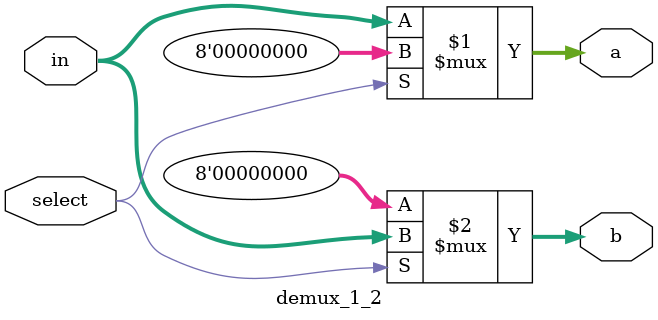
<source format=v>
module demux_1_2  #(parameter bus_size = 8)(
   input select,
	input [bus_size-1:0] in,
   output wire [bus_size-1:0] a,
   output wire [bus_size-1:0] b);

	assign a = (select) ? {bus_size{1'b0}} : in;
	assign b = (select) ? in : {bus_size{1'b0}};
 
endmodule 
</source>
